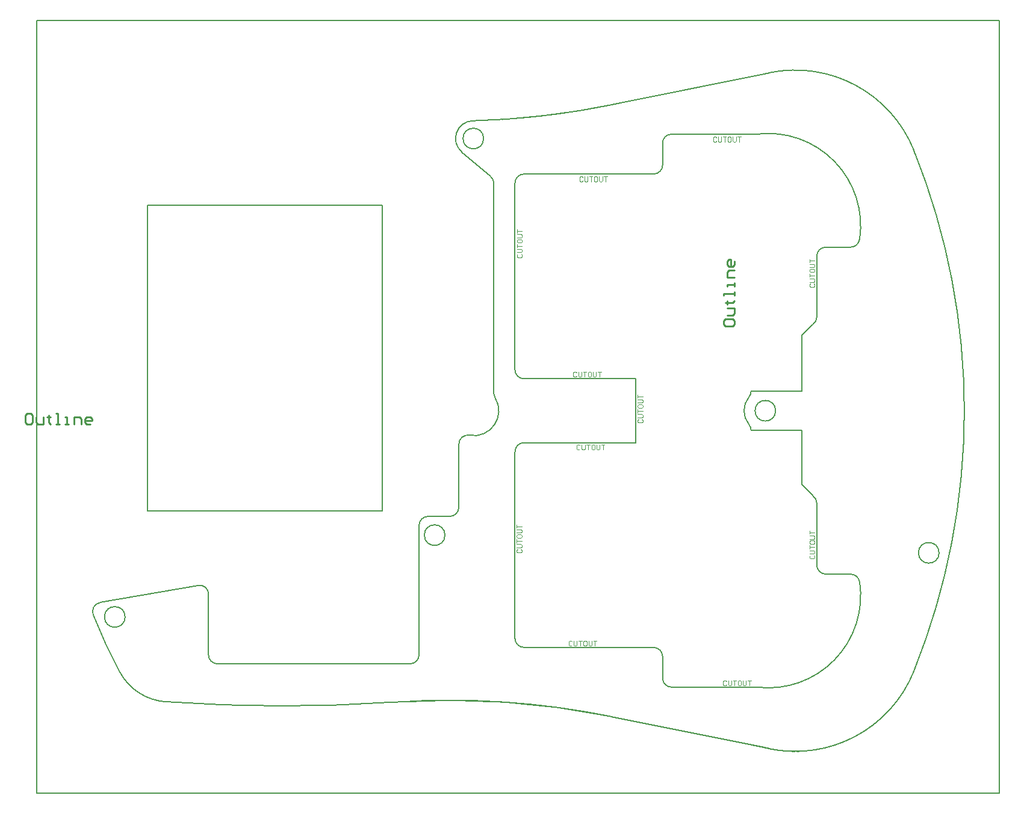
<source format=gm1>
G04 Layer_Color=16711935*
%FSLAX25Y25*%
%MOIN*%
G70*
G01*
G75*
%ADD32C,0.01000*%
%ADD34C,0.00600*%
%ADD56C,0.00800*%
%ADD59C,0.00500*%
%ADD142C,0.00408*%
D32*
X556453Y348398D02*
Y346398D01*
X557453Y345399D01*
X561451D01*
X562451Y346398D01*
Y348398D01*
X561451Y349397D01*
X557453D01*
X556453Y348398D01*
X558452Y351397D02*
X561451D01*
X562451Y352396D01*
Y355396D01*
X558452D01*
X557453Y358395D02*
X558452D01*
Y357395D01*
Y359394D01*
Y358395D01*
X561451D01*
X562451Y359394D01*
Y362393D02*
Y364393D01*
Y363393D01*
X556453D01*
Y362393D01*
X562451Y367392D02*
Y369391D01*
Y368391D01*
X558452D01*
Y367392D01*
X562451Y372390D02*
X558452D01*
Y375389D01*
X559452Y376389D01*
X562451D01*
Y381387D02*
Y379388D01*
X561451Y378388D01*
X559452D01*
X558452Y379388D01*
Y381387D01*
X559452Y382387D01*
X560452D01*
Y378388D01*
X172744Y297358D02*
X170744D01*
X169745Y296358D01*
Y292360D01*
X170744Y291360D01*
X172744D01*
X173743Y292360D01*
Y296358D01*
X172744Y297358D01*
X175743Y295359D02*
Y292360D01*
X176742Y291360D01*
X179742D01*
Y295359D01*
X182740Y296358D02*
Y295359D01*
X181741D01*
X183740D01*
X182740D01*
Y292360D01*
X183740Y291360D01*
X186739D02*
X188739D01*
X187739D01*
Y297358D01*
X186739D01*
X191738Y291360D02*
X193737D01*
X192737D01*
Y295359D01*
X191738D01*
X196736Y291360D02*
Y295359D01*
X199735D01*
X200735Y294359D01*
Y291360D01*
X205733D02*
X203734D01*
X202734Y292360D01*
Y294359D01*
X203734Y295359D01*
X205733D01*
X206733Y294359D01*
Y293359D01*
X202734D01*
D34*
X423516Y449494D02*
G03*
X423516Y449494I-5700J0D01*
G01*
X585199Y298700D02*
G03*
X585199Y298700I-5700J0D01*
G01*
X402099Y229800D02*
G03*
X402099Y229800I-5700J0D01*
G01*
X675699Y220000D02*
G03*
X675699Y220000I-5700J0D01*
G01*
X224999Y184500D02*
G03*
X224999Y184500I-5700J0D01*
G01*
X429216Y424594D02*
G03*
X427437Y428419I-5000J1D01*
G01*
X417516Y459294D02*
G03*
X411452Y442036I300J-9800D01*
G01*
X417516Y459294D02*
G03*
X494633Y468209I-12450J445697D01*
G01*
X571599Y287900D02*
G03*
X570430Y291114I-5000J1D01*
G01*
X570460Y306285D02*
G03*
X570447Y291131I9039J-7585D01*
G01*
X570430Y306286D02*
G03*
X571599Y309500I-3831J3213D01*
G01*
X605723Y346507D02*
G03*
X607999Y350700I-2723J4192D01*
G01*
X612999Y389300D02*
G03*
X607999Y384300I0J-5000D01*
G01*
X626699Y389300D02*
G03*
X631645Y393561I0J5001D01*
G01*
X631737Y393533D02*
G03*
X575037Y451940I-50637J7568D01*
G01*
X574399Y451900D02*
G03*
X574991Y451936I-7J5000D01*
G01*
X527599Y451900D02*
G03*
X522599Y446900I0J-5000D01*
G01*
X517599Y429800D02*
G03*
X522599Y434800I0J5000D01*
G01*
X445899Y429800D02*
G03*
X440899Y424800I0J-5000D01*
G01*
Y321400D02*
G03*
X445899Y316400I5000J0D01*
G01*
Y281000D02*
G03*
X440899Y276000I0J-5000D01*
G01*
Y172600D02*
G03*
X445899Y167600I5000J0D01*
G01*
X522599Y162600D02*
G03*
X517599Y167600I-5000J0D01*
G01*
X522599Y150600D02*
G03*
X527599Y145600I5000J0D01*
G01*
X574991Y145565D02*
G03*
X574399Y145600I-591J-4965D01*
G01*
X575037Y145561D02*
G03*
X631737Y203968I6063J50840D01*
G01*
X631645Y203939D02*
G03*
X626699Y208200I-4946J-740D01*
G01*
X607999Y213200D02*
G03*
X612999Y208200I5000J0D01*
G01*
X607999Y247500D02*
G03*
X605723Y251694I-5000J1D01*
G01*
X271199Y163500D02*
G03*
X276199Y158500I5000J0D01*
G01*
X382799D02*
G03*
X387799Y163500I0J5000D01*
G01*
X392799Y240200D02*
G03*
X387799Y235200I0J-5000D01*
G01*
X404799Y240200D02*
G03*
X409799Y245200I0J5000D01*
G01*
X415668Y285124D02*
G03*
X409799Y280200I-869J-4924D01*
G01*
X415703Y285110D02*
G03*
X429866Y305911I2396J13590D01*
G01*
X429099Y308500D02*
G03*
X429836Y305888I4999J1D01*
G01*
X433768Y460030D02*
G03*
X494640Y468206I-28767J444871D01*
G01*
X661737Y443060D02*
G03*
X581986Y486002I-65737J-26559D01*
G01*
X661607Y154177D02*
G03*
X661859Y442599I-357708J144524D01*
G01*
X581986Y111399D02*
G03*
X661737Y154341I14014J69501D01*
G01*
X494914Y129176D02*
G03*
X374398Y137286I-90055J-438713D01*
G01*
X248123Y137498D02*
G03*
X374671Y137370I64179J895306D01*
G01*
X222012Y154064D02*
G03*
X248120Y137445I27788J14837D01*
G01*
X207365Y185649D02*
G03*
X221998Y154053I285528J113050D01*
G01*
X211131Y192424D02*
G03*
X207351Y185660I868J-4923D01*
G01*
X271199Y197100D02*
G03*
X265331Y202024I-5000J0D01*
G01*
X599716Y309524D02*
Y340524D01*
X605716Y346524D01*
X571616Y309524D02*
X599716D01*
X571616Y287824D02*
X599716D01*
Y257724D02*
Y287824D01*
Y257724D02*
X605716Y251724D01*
X429116Y308624D02*
X429216Y424624D01*
X411416Y441994D02*
X427416Y428394D01*
X607999Y350700D02*
Y384300D01*
X612999Y389300D02*
X626699D01*
X527599Y451900D02*
X574399D01*
X522599Y434800D02*
Y446900D01*
X445899Y429800D02*
X517599D01*
X440899Y321400D02*
Y424800D01*
X445899Y316400D02*
X507799D01*
Y281000D02*
Y316400D01*
X445899Y281000D02*
X507799D01*
X440899Y172600D02*
Y276000D01*
X445899Y167600D02*
X517599D01*
X522599Y150600D02*
Y162600D01*
X527599Y145600D02*
X574399D01*
X612999Y208200D02*
X626699D01*
X607999Y213200D02*
Y247500D01*
X276199Y158500D02*
X382799D01*
X387799Y163500D02*
Y235200D01*
X392799Y240200D02*
X404799D01*
X409799Y245200D02*
Y280200D01*
X211099Y192400D02*
X265399Y202000D01*
X271199Y163500D02*
Y197100D01*
X494499Y468200D02*
X581999Y486000D01*
X494146Y129372D02*
X581999Y111500D01*
X271199Y197100D02*
G03*
X265331Y202024I-5000J0D01*
G01*
X211131Y192424D02*
G03*
X207351Y185660I868J-4923D01*
G01*
X207365Y185649D02*
G03*
X221998Y154053I285528J113050D01*
G01*
X222012Y154064D02*
G03*
X248120Y137445I27788J14837D01*
G01*
X248123Y137498D02*
G03*
X374671Y137370I64179J895306D01*
G01*
X494138Y129335D02*
G03*
X375560Y137364I-89279J-438871D01*
G01*
X578946Y112082D02*
G03*
X661773Y154430I17054J68818D01*
G01*
X662305Y155917D02*
G03*
X662238Y441653I-358406J142783D01*
G01*
X661737Y443060D02*
G03*
X581986Y486002I-65737J-26559D01*
G01*
X429099Y308500D02*
G03*
X429836Y305888I4999J1D01*
G01*
X415703Y285110D02*
G03*
X429866Y305911I2396J13590D01*
G01*
X415668Y285124D02*
G03*
X409799Y280200I-869J-4924D01*
G01*
X404799Y240200D02*
G03*
X409799Y245200I0J5000D01*
G01*
X392799Y240200D02*
G03*
X387799Y235200I0J-5000D01*
G01*
X382799Y158500D02*
G03*
X387799Y163500I0J5000D01*
G01*
X271199D02*
G03*
X276199Y158500I5000J0D01*
G01*
X417516Y459294D02*
G03*
X494633Y468209I-12450J445697D01*
G01*
X417516Y459294D02*
G03*
X411452Y442036I300J-9800D01*
G01*
X429216Y424594D02*
G03*
X427437Y428419I-5000J1D01*
G01*
X494146Y129372D02*
X578955Y112119D01*
X494543Y468209D02*
X581999Y486000D01*
X271199Y163500D02*
Y197100D01*
X211099Y192400D02*
X265399Y202000D01*
X409799Y245200D02*
Y280200D01*
X392799Y240200D02*
X404799D01*
X387799Y163500D02*
Y235200D01*
X276199Y158500D02*
X382799D01*
X411416Y441994D02*
X427416Y428394D01*
X429117Y309399D02*
X429216Y424624D01*
X374671Y137370D02*
X375554D01*
X661773Y154430D02*
X662305Y155917D01*
X661737Y443060D02*
X662238Y441653D01*
X494543Y468209D02*
X494633D01*
X429099Y308500D02*
Y309381D01*
X429117Y309399D01*
D56*
X176000Y87000D02*
Y515000D01*
X709000D01*
Y87000D02*
Y515000D01*
X176000Y87000D02*
X709000D01*
D59*
X237351Y243251D02*
X367273D01*
Y412543D01*
X237351D02*
X367273D01*
X237351Y243251D02*
Y412543D01*
D142*
X472512Y170766D02*
X472059Y171219D01*
X471152D01*
X470699Y170766D01*
Y168953D01*
X471152Y168500D01*
X472059D01*
X472512Y168953D01*
X473418Y171219D02*
Y168953D01*
X473872Y168500D01*
X474778D01*
X475231Y168953D01*
Y171219D01*
X476137D02*
X477950D01*
X477044D01*
Y168500D01*
X480216Y171219D02*
X479310D01*
X478857Y170766D01*
Y168953D01*
X479310Y168500D01*
X480216D01*
X480669Y168953D01*
Y170766D01*
X480216Y171219D01*
X481576D02*
Y168953D01*
X482029Y168500D01*
X482935D01*
X483388Y168953D01*
Y171219D01*
X484295D02*
X486107D01*
X485201D01*
Y168500D01*
X442352Y222004D02*
X441899Y221551D01*
Y220644D01*
X442352Y220191D01*
X444165D01*
X444618Y220644D01*
Y221551D01*
X444165Y222004D01*
X441899Y222910D02*
X444165D01*
X444618Y223364D01*
Y224270D01*
X444165Y224723D01*
X441899D01*
Y225630D02*
Y227442D01*
Y226536D01*
X444618D01*
X441899Y229708D02*
Y228802D01*
X442352Y228349D01*
X444165D01*
X444618Y228802D01*
Y229708D01*
X444165Y230161D01*
X442352D01*
X441899Y229708D01*
Y231068D02*
X444165D01*
X444618Y231521D01*
Y232427D01*
X444165Y232881D01*
X441899D01*
Y233787D02*
Y235600D01*
Y234693D01*
X444618D01*
X476903Y279447D02*
X476450Y279900D01*
X475544D01*
X475091Y279447D01*
Y277634D01*
X475544Y277181D01*
X476450D01*
X476903Y277634D01*
X477810Y279900D02*
Y277634D01*
X478263Y277181D01*
X479170D01*
X479623Y277634D01*
Y279900D01*
X480529D02*
X482342D01*
X481435D01*
Y277181D01*
X484608Y279900D02*
X483701D01*
X483248Y279447D01*
Y277634D01*
X483701Y277181D01*
X484608D01*
X485061Y277634D01*
Y279447D01*
X484608Y279900D01*
X485967D02*
Y277634D01*
X486420Y277181D01*
X487327D01*
X487780Y277634D01*
Y279900D01*
X488686D02*
X490499D01*
X489593D01*
Y277181D01*
X475012Y319766D02*
X474559Y320219D01*
X473652D01*
X473199Y319766D01*
Y317953D01*
X473652Y317500D01*
X474559D01*
X475012Y317953D01*
X475918Y320219D02*
Y317953D01*
X476371Y317500D01*
X477278D01*
X477731Y317953D01*
Y320219D01*
X478637D02*
X480450D01*
X479544D01*
Y317500D01*
X482716Y320219D02*
X481810D01*
X481356Y319766D01*
Y317953D01*
X481810Y317500D01*
X482716D01*
X483169Y317953D01*
Y319766D01*
X482716Y320219D01*
X484076D02*
Y317953D01*
X484529Y317500D01*
X485435D01*
X485888Y317953D01*
Y320219D01*
X486795D02*
X488608D01*
X487701D01*
Y317500D01*
X509352Y294004D02*
X508899Y293551D01*
Y292645D01*
X509352Y292191D01*
X511165D01*
X511618Y292645D01*
Y293551D01*
X511165Y294004D01*
X508899Y294911D02*
X511165D01*
X511618Y295364D01*
Y296270D01*
X511165Y296723D01*
X508899D01*
Y297630D02*
Y299442D01*
Y298536D01*
X511618D01*
X508899Y301708D02*
Y300802D01*
X509352Y300349D01*
X511165D01*
X511618Y300802D01*
Y301708D01*
X511165Y302162D01*
X509352D01*
X508899Y301708D01*
Y303068D02*
X511165D01*
X511618Y303521D01*
Y304427D01*
X511165Y304881D01*
X508899D01*
Y305787D02*
Y307600D01*
Y306693D01*
X511618D01*
X604533Y218613D02*
X604080Y218159D01*
Y217253D01*
X604533Y216800D01*
X606346D01*
X606799Y217253D01*
Y218159D01*
X606346Y218613D01*
X604080Y219519D02*
X606346D01*
X606799Y219972D01*
Y220878D01*
X606346Y221332D01*
X604080D01*
Y222238D02*
Y224051D01*
Y223144D01*
X606799D01*
X604080Y226317D02*
Y225410D01*
X604533Y224957D01*
X606346D01*
X606799Y225410D01*
Y226317D01*
X606346Y226770D01*
X604533D01*
X604080Y226317D01*
Y227676D02*
X606346D01*
X606799Y228129D01*
Y229036D01*
X606346Y229489D01*
X604080D01*
Y230395D02*
Y232208D01*
Y231302D01*
X606799D01*
X604533Y369112D02*
X604080Y368659D01*
Y367753D01*
X604533Y367300D01*
X606346D01*
X606799Y367753D01*
Y368659D01*
X606346Y369112D01*
X604080Y370019D02*
X606346D01*
X606799Y370472D01*
Y371378D01*
X606346Y371832D01*
X604080D01*
Y372738D02*
Y374551D01*
Y373644D01*
X606799D01*
X604080Y376817D02*
Y375910D01*
X604533Y375457D01*
X606346D01*
X606799Y375910D01*
Y376817D01*
X606346Y377270D01*
X604533D01*
X604080Y376817D01*
Y378176D02*
X606346D01*
X606799Y378629D01*
Y379536D01*
X606346Y379989D01*
X604080D01*
Y380895D02*
Y382708D01*
Y381802D01*
X606799D01*
X552403Y449946D02*
X551950Y450400D01*
X551044D01*
X550591Y449946D01*
Y448134D01*
X551044Y447681D01*
X551950D01*
X552403Y448134D01*
X553310Y450400D02*
Y448134D01*
X553763Y447681D01*
X554670D01*
X555123Y448134D01*
Y450400D01*
X556029D02*
X557842D01*
X556935D01*
Y447681D01*
X560108Y450400D02*
X559201D01*
X558748Y449946D01*
Y448134D01*
X559201Y447681D01*
X560108D01*
X560561Y448134D01*
Y449946D01*
X560108Y450400D01*
X561467D02*
Y448134D01*
X561920Y447681D01*
X562827D01*
X563280Y448134D01*
Y450400D01*
X564186D02*
X565999D01*
X565093D01*
Y447681D01*
X478404Y427947D02*
X477950Y428400D01*
X477044D01*
X476591Y427947D01*
Y426134D01*
X477044Y425681D01*
X477950D01*
X478404Y426134D01*
X479310Y428400D02*
Y426134D01*
X479763Y425681D01*
X480669D01*
X481123Y426134D01*
Y428400D01*
X482029D02*
X483842D01*
X482935D01*
Y425681D01*
X486108Y428400D02*
X485201D01*
X484748Y427947D01*
Y426134D01*
X485201Y425681D01*
X486108D01*
X486561Y426134D01*
Y427947D01*
X486108Y428400D01*
X487467D02*
Y426134D01*
X487921Y425681D01*
X488827D01*
X489280Y426134D01*
Y428400D01*
X490186D02*
X491999D01*
X491093D01*
Y425681D01*
X442452Y385504D02*
X441999Y385051D01*
Y384144D01*
X442452Y383691D01*
X444265D01*
X444718Y384144D01*
Y385051D01*
X444265Y385504D01*
X441999Y386410D02*
X444265D01*
X444718Y386864D01*
Y387770D01*
X444265Y388223D01*
X441999D01*
Y389130D02*
Y390942D01*
Y390036D01*
X444718D01*
X441999Y393208D02*
Y392302D01*
X442452Y391849D01*
X444265D01*
X444718Y392302D01*
Y393208D01*
X444265Y393661D01*
X442452D01*
X441999Y393208D01*
Y394568D02*
X444265D01*
X444718Y395021D01*
Y395927D01*
X444265Y396381D01*
X441999D01*
Y397287D02*
Y399100D01*
Y398193D01*
X444718D01*
X558012Y148766D02*
X557559Y149219D01*
X556652D01*
X556199Y148766D01*
Y146953D01*
X556652Y146500D01*
X557559D01*
X558012Y146953D01*
X558918Y149219D02*
Y146953D01*
X559372Y146500D01*
X560278D01*
X560731Y146953D01*
Y149219D01*
X561637D02*
X563450D01*
X562544D01*
Y146500D01*
X565716Y149219D02*
X564810D01*
X564357Y148766D01*
Y146953D01*
X564810Y146500D01*
X565716D01*
X566169Y146953D01*
Y148766D01*
X565716Y149219D01*
X567076D02*
Y146953D01*
X567529Y146500D01*
X568435D01*
X568888Y146953D01*
Y149219D01*
X569795D02*
X571607D01*
X570701D01*
Y146500D01*
M02*

</source>
